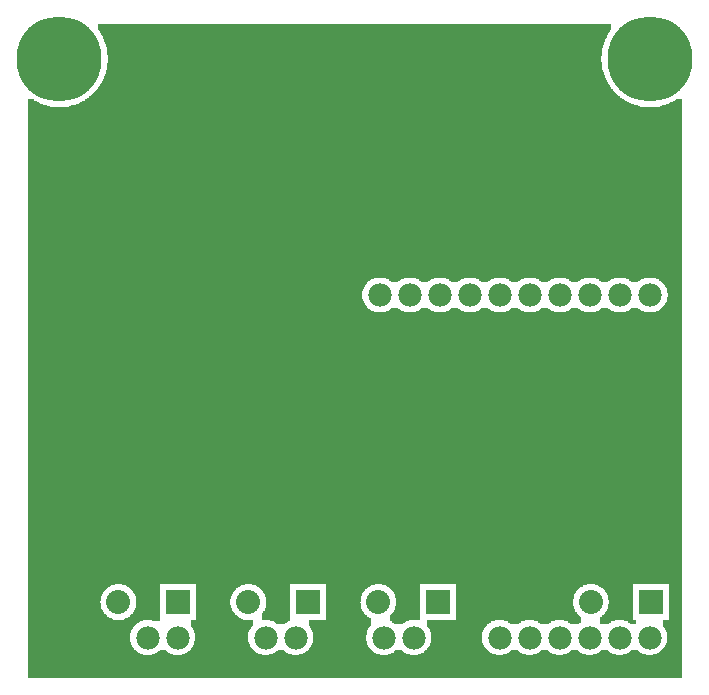
<source format=gbl>
G04 MADE WITH FRITZING*
G04 WWW.FRITZING.ORG*
G04 DOUBLE SIDED*
G04 HOLES PLATED*
G04 CONTOUR ON CENTER OF CONTOUR VECTOR*
%FSLAX26Y26*%
%MOIN*%
%ADD10C,0.075000*%
%ADD11C,0.080000*%
%ADD12C,0.283464*%
%ADD13C,0.078000*%
%ADD14R,0.080000X0.080000*%
%ADD15C,0.000100*%
%G04COPPER0*%
%FSLAX26Y26*%
%MOIN*%
D10*
X356816Y2150441D03*
D11*
X2117570Y296110D03*
X1917570Y296110D03*
X1408910Y296110D03*
X1208910Y296110D03*
X975830Y296110D03*
X775830Y296110D03*
X542767Y296110D03*
X342767Y296110D03*
D12*
X145911Y2107132D03*
X2114430Y2107132D03*
D13*
X539611Y178000D03*
X439611Y178000D03*
X933310Y178000D03*
X833310Y178000D03*
X1327020Y178000D03*
X1227020Y178000D03*
X2112900Y178020D03*
X2012900Y178020D03*
X1912900Y178020D03*
X1812900Y178020D03*
X1712900Y178020D03*
X1612900Y178020D03*
X2114420Y1319731D03*
X2014420Y1319731D03*
X1914420Y1319731D03*
X1814420Y1319731D03*
X1714420Y1319731D03*
X1614420Y1319731D03*
X1514420Y1319731D03*
X1414420Y1319731D03*
X1314420Y1319731D03*
X1214420Y1319731D03*
D14*
X2117570Y296110D03*
X1408910Y296110D03*
X975830Y296110D03*
X542767Y296110D03*
D15*
G36*
X136000Y2149780D02*
X136000Y2147780D01*
X130000Y2147780D01*
X130000Y2145780D01*
X126000Y2145780D01*
X126000Y2143780D01*
X122000Y2143780D01*
X122000Y2141780D01*
X120000Y2141780D01*
X120000Y2139780D01*
X116000Y2139780D01*
X116000Y2137780D01*
X114000Y2137780D01*
X114000Y2135780D01*
X112000Y2135780D01*
X112000Y2131780D01*
X110000Y2131780D01*
X110000Y2129780D01*
X108000Y2129780D01*
X108000Y2125780D01*
X106000Y2125780D01*
X106000Y2119780D01*
X104000Y2119780D01*
X104000Y2093780D01*
X106000Y2093780D01*
X106000Y2089780D01*
X108000Y2089780D01*
X108000Y2085780D01*
X110000Y2085780D01*
X110000Y2081780D01*
X112000Y2081780D01*
X112000Y2079780D01*
X114000Y2079780D01*
X114000Y2077780D01*
X116000Y2077780D01*
X116000Y2075780D01*
X118000Y2075780D01*
X118000Y2073780D01*
X120000Y2073780D01*
X120000Y2071780D01*
X122000Y2071780D01*
X122000Y2069780D01*
X126000Y2069780D01*
X126000Y2067780D01*
X132000Y2067780D01*
X132000Y2065780D01*
X160000Y2065780D01*
X160000Y2067780D01*
X166000Y2067780D01*
X166000Y2069780D01*
X168000Y2069780D01*
X168000Y2071780D01*
X172000Y2071780D01*
X172000Y2073780D01*
X174000Y2073780D01*
X174000Y2075780D01*
X176000Y2075780D01*
X176000Y2077780D01*
X178000Y2077780D01*
X178000Y2079780D01*
X180000Y2079780D01*
X180000Y2081780D01*
X182000Y2081780D01*
X182000Y2085780D01*
X184000Y2085780D01*
X184000Y2089780D01*
X186000Y2089780D01*
X186000Y2093780D01*
X188000Y2093780D01*
X188000Y2119780D01*
X186000Y2119780D01*
X186000Y2125780D01*
X184000Y2125780D01*
X184000Y2129780D01*
X182000Y2129780D01*
X182000Y2131780D01*
X180000Y2131780D01*
X180000Y2133780D01*
X178000Y2133780D01*
X178000Y2137780D01*
X174000Y2137780D01*
X174000Y2139780D01*
X172000Y2139780D01*
X172000Y2141780D01*
X170000Y2141780D01*
X170000Y2143780D01*
X166000Y2143780D01*
X166000Y2145780D01*
X162000Y2145780D01*
X162000Y2147780D01*
X156000Y2147780D01*
X156000Y2149780D01*
X136000Y2149780D01*
G37*
D02*
G36*
X2104000Y2149780D02*
X2104000Y2147780D01*
X2098000Y2147780D01*
X2098000Y2145780D01*
X2094000Y2145780D01*
X2094000Y2143780D01*
X2090000Y2143780D01*
X2090000Y2141780D01*
X2088000Y2141780D01*
X2088000Y2139780D01*
X2086000Y2139780D01*
X2086000Y2137780D01*
X2084000Y2137780D01*
X2084000Y2135780D01*
X2082000Y2135780D01*
X2082000Y2133780D01*
X2080000Y2133780D01*
X2080000Y2131780D01*
X2078000Y2131780D01*
X2078000Y2127780D01*
X2076000Y2127780D01*
X2076000Y2123780D01*
X2074000Y2123780D01*
X2074000Y2117780D01*
X2072000Y2117780D01*
X2072000Y2095780D01*
X2074000Y2095780D01*
X2074000Y2089780D01*
X2076000Y2089780D01*
X2076000Y2085780D01*
X2078000Y2085780D01*
X2078000Y2083780D01*
X2080000Y2083780D01*
X2080000Y2079780D01*
X2082000Y2079780D01*
X2082000Y2077780D01*
X2084000Y2077780D01*
X2084000Y2075780D01*
X2086000Y2075780D01*
X2086000Y2073780D01*
X2088000Y2073780D01*
X2088000Y2071780D01*
X2092000Y2071780D01*
X2092000Y2069780D01*
X2094000Y2069780D01*
X2094000Y2067780D01*
X2100000Y2067780D01*
X2100000Y2065780D01*
X2130000Y2065780D01*
X2130000Y2067780D01*
X2134000Y2067780D01*
X2134000Y2069780D01*
X2138000Y2069780D01*
X2138000Y2071780D01*
X2140000Y2071780D01*
X2140000Y2073780D01*
X2142000Y2073780D01*
X2142000Y2075780D01*
X2144000Y2075780D01*
X2144000Y2077780D01*
X2146000Y2077780D01*
X2146000Y2079780D01*
X2148000Y2079780D01*
X2148000Y2081780D01*
X2150000Y2081780D01*
X2150000Y2083780D01*
X2152000Y2083780D01*
X2152000Y2087780D01*
X2154000Y2087780D01*
X2154000Y2093780D01*
X2156000Y2093780D01*
X2156000Y2121780D01*
X2154000Y2121780D01*
X2154000Y2125780D01*
X2152000Y2125780D01*
X2152000Y2129780D01*
X2150000Y2129780D01*
X2150000Y2131780D01*
X2148000Y2131780D01*
X2148000Y2135780D01*
X2146000Y2135780D01*
X2146000Y2137780D01*
X2144000Y2137780D01*
X2144000Y2139780D01*
X2142000Y2139780D01*
X2142000Y2141780D01*
X2138000Y2141780D01*
X2138000Y2143780D01*
X2136000Y2143780D01*
X2136000Y2145780D01*
X2132000Y2145780D01*
X2132000Y2147780D01*
X2126000Y2147780D01*
X2126000Y2149780D01*
X2104000Y2149780D01*
G37*
D02*
G36*
X274000Y2223780D02*
X274000Y2203780D01*
X276000Y2203780D01*
X276000Y2201780D01*
X278000Y2201780D01*
X278000Y2199780D01*
X280000Y2199780D01*
X280000Y2195780D01*
X282000Y2195780D01*
X282000Y2191780D01*
X284000Y2191780D01*
X284000Y2189780D01*
X286000Y2189780D01*
X286000Y2185780D01*
X288000Y2185780D01*
X288000Y2181780D01*
X290000Y2181780D01*
X290000Y2177780D01*
X292000Y2177780D01*
X292000Y2173780D01*
X294000Y2173780D01*
X294000Y2169780D01*
X296000Y2169780D01*
X296000Y2163780D01*
X298000Y2163780D01*
X298000Y2157780D01*
X300000Y2157780D01*
X300000Y2151780D01*
X302000Y2151780D01*
X302000Y2145780D01*
X304000Y2145780D01*
X304000Y2135780D01*
X306000Y2135780D01*
X306000Y2119780D01*
X308000Y2119780D01*
X308000Y2093780D01*
X306000Y2093780D01*
X306000Y2079780D01*
X304000Y2079780D01*
X304000Y2069780D01*
X302000Y2069780D01*
X302000Y2061780D01*
X300000Y2061780D01*
X300000Y2055780D01*
X298000Y2055780D01*
X298000Y2049780D01*
X296000Y2049780D01*
X296000Y2043780D01*
X294000Y2043780D01*
X294000Y2039780D01*
X292000Y2039780D01*
X292000Y2035780D01*
X290000Y2035780D01*
X290000Y2031780D01*
X288000Y2031780D01*
X288000Y2027780D01*
X286000Y2027780D01*
X286000Y2025780D01*
X284000Y2025780D01*
X284000Y2021780D01*
X282000Y2021780D01*
X282000Y2017780D01*
X280000Y2017780D01*
X280000Y2015780D01*
X278000Y2015780D01*
X278000Y2011780D01*
X276000Y2011780D01*
X276000Y2009780D01*
X274000Y2009780D01*
X274000Y2007780D01*
X272000Y2007780D01*
X272000Y2003780D01*
X270000Y2003780D01*
X270000Y2001780D01*
X268000Y2001780D01*
X268000Y1999780D01*
X266000Y1999780D01*
X266000Y1997780D01*
X264000Y1997780D01*
X264000Y1995780D01*
X262000Y1995780D01*
X262000Y1993780D01*
X260000Y1993780D01*
X260000Y1991780D01*
X258000Y1991780D01*
X258000Y1989780D01*
X256000Y1989780D01*
X256000Y1987780D01*
X254000Y1987780D01*
X254000Y1985780D01*
X252000Y1985780D01*
X252000Y1983780D01*
X250000Y1983780D01*
X250000Y1981780D01*
X246000Y1981780D01*
X246000Y1979780D01*
X244000Y1979780D01*
X244000Y1977780D01*
X242000Y1977780D01*
X242000Y1975780D01*
X238000Y1975780D01*
X238000Y1973780D01*
X236000Y1973780D01*
X236000Y1971780D01*
X232000Y1971780D01*
X232000Y1969780D01*
X230000Y1969780D01*
X230000Y1967780D01*
X226000Y1967780D01*
X226000Y1965780D01*
X222000Y1965780D01*
X222000Y1963780D01*
X218000Y1963780D01*
X218000Y1961780D01*
X214000Y1961780D01*
X214000Y1959780D01*
X210000Y1959780D01*
X210000Y1957780D01*
X206000Y1957780D01*
X206000Y1955780D01*
X200000Y1955780D01*
X200000Y1953780D01*
X194000Y1953780D01*
X194000Y1951780D01*
X186000Y1951780D01*
X186000Y1949780D01*
X178000Y1949780D01*
X178000Y1947780D01*
X166000Y1947780D01*
X166000Y1945780D01*
X2094000Y1945780D01*
X2094000Y1947780D01*
X2082000Y1947780D01*
X2082000Y1949780D01*
X2074000Y1949780D01*
X2074000Y1951780D01*
X2066000Y1951780D01*
X2066000Y1953780D01*
X2060000Y1953780D01*
X2060000Y1955780D01*
X2056000Y1955780D01*
X2056000Y1957780D01*
X2050000Y1957780D01*
X2050000Y1959780D01*
X2046000Y1959780D01*
X2046000Y1961780D01*
X2042000Y1961780D01*
X2042000Y1963780D01*
X2038000Y1963780D01*
X2038000Y1965780D01*
X2034000Y1965780D01*
X2034000Y1967780D01*
X2032000Y1967780D01*
X2032000Y1969780D01*
X2028000Y1969780D01*
X2028000Y1971780D01*
X2024000Y1971780D01*
X2024000Y1973780D01*
X2022000Y1973780D01*
X2022000Y1975780D01*
X2020000Y1975780D01*
X2020000Y1977780D01*
X2016000Y1977780D01*
X2016000Y1979780D01*
X2014000Y1979780D01*
X2014000Y1981780D01*
X2012000Y1981780D01*
X2012000Y1983780D01*
X2008000Y1983780D01*
X2008000Y1985780D01*
X2006000Y1985780D01*
X2006000Y1987780D01*
X2004000Y1987780D01*
X2004000Y1989780D01*
X2002000Y1989780D01*
X2002000Y1991780D01*
X2000000Y1991780D01*
X2000000Y1993780D01*
X1998000Y1993780D01*
X1998000Y1995780D01*
X1996000Y1995780D01*
X1996000Y1997780D01*
X1994000Y1997780D01*
X1994000Y1999780D01*
X1992000Y1999780D01*
X1992000Y2003780D01*
X1990000Y2003780D01*
X1990000Y2005780D01*
X1988000Y2005780D01*
X1988000Y2007780D01*
X1986000Y2007780D01*
X1986000Y2009780D01*
X1984000Y2009780D01*
X1984000Y2013780D01*
X1982000Y2013780D01*
X1982000Y2015780D01*
X1980000Y2015780D01*
X1980000Y2019780D01*
X1978000Y2019780D01*
X1978000Y2021780D01*
X1976000Y2021780D01*
X1976000Y2025780D01*
X1974000Y2025780D01*
X1974000Y2029780D01*
X1972000Y2029780D01*
X1972000Y2031780D01*
X1970000Y2031780D01*
X1970000Y2037780D01*
X1968000Y2037780D01*
X1968000Y2041780D01*
X1966000Y2041780D01*
X1966000Y2045780D01*
X1964000Y2045780D01*
X1964000Y2051780D01*
X1962000Y2051780D01*
X1962000Y2055780D01*
X1960000Y2055780D01*
X1960000Y2063780D01*
X1958000Y2063780D01*
X1958000Y2069780D01*
X1956000Y2069780D01*
X1956000Y2081780D01*
X1954000Y2081780D01*
X1954000Y2097780D01*
X1952000Y2097780D01*
X1952000Y2115780D01*
X1954000Y2115780D01*
X1954000Y2133780D01*
X1956000Y2133780D01*
X1956000Y2143780D01*
X1958000Y2143780D01*
X1958000Y2151780D01*
X1960000Y2151780D01*
X1960000Y2157780D01*
X1962000Y2157780D01*
X1962000Y2163780D01*
X1964000Y2163780D01*
X1964000Y2169780D01*
X1966000Y2169780D01*
X1966000Y2173780D01*
X1968000Y2173780D01*
X1968000Y2177780D01*
X1970000Y2177780D01*
X1970000Y2181780D01*
X1972000Y2181780D01*
X1972000Y2185780D01*
X1974000Y2185780D01*
X1974000Y2187780D01*
X1976000Y2187780D01*
X1976000Y2191780D01*
X1978000Y2191780D01*
X1978000Y2195780D01*
X1980000Y2195780D01*
X1980000Y2197780D01*
X1982000Y2197780D01*
X1982000Y2201780D01*
X1984000Y2201780D01*
X1984000Y2203780D01*
X1986000Y2203780D01*
X1986000Y2223780D01*
X274000Y2223780D01*
G37*
D02*
G36*
X40000Y1971780D02*
X40000Y1945780D01*
X126000Y1945780D01*
X126000Y1947780D01*
X114000Y1947780D01*
X114000Y1949780D01*
X106000Y1949780D01*
X106000Y1951780D01*
X98000Y1951780D01*
X98000Y1953780D01*
X92000Y1953780D01*
X92000Y1955780D01*
X86000Y1955780D01*
X86000Y1957780D01*
X82000Y1957780D01*
X82000Y1959780D01*
X78000Y1959780D01*
X78000Y1961780D01*
X74000Y1961780D01*
X74000Y1963780D01*
X70000Y1963780D01*
X70000Y1965780D01*
X66000Y1965780D01*
X66000Y1967780D01*
X62000Y1967780D01*
X62000Y1969780D01*
X60000Y1969780D01*
X60000Y1971780D01*
X40000Y1971780D01*
G37*
D02*
G36*
X2202000Y1971780D02*
X2202000Y1969780D01*
X2198000Y1969780D01*
X2198000Y1967780D01*
X2194000Y1967780D01*
X2194000Y1965780D01*
X2192000Y1965780D01*
X2192000Y1963780D01*
X2186000Y1963780D01*
X2186000Y1961780D01*
X2182000Y1961780D01*
X2182000Y1959780D01*
X2178000Y1959780D01*
X2178000Y1957780D01*
X2174000Y1957780D01*
X2174000Y1955780D01*
X2168000Y1955780D01*
X2168000Y1953780D01*
X2162000Y1953780D01*
X2162000Y1951780D01*
X2154000Y1951780D01*
X2154000Y1949780D01*
X2148000Y1949780D01*
X2148000Y1947780D01*
X2134000Y1947780D01*
X2134000Y1945780D01*
X2222000Y1945780D01*
X2222000Y1971780D01*
X2202000Y1971780D01*
G37*
D02*
G36*
X40000Y1945780D02*
X40000Y1943780D01*
X2222000Y1943780D01*
X2222000Y1945780D01*
X40000Y1945780D01*
G37*
D02*
G36*
X40000Y1945780D02*
X40000Y1943780D01*
X2222000Y1943780D01*
X2222000Y1945780D01*
X40000Y1945780D01*
G37*
D02*
G36*
X40000Y1945780D02*
X40000Y1943780D01*
X2222000Y1943780D01*
X2222000Y1945780D01*
X40000Y1945780D01*
G37*
D02*
G36*
X40000Y1943780D02*
X40000Y1377780D01*
X2128000Y1377780D01*
X2128000Y1375780D01*
X2136000Y1375780D01*
X2136000Y1373780D01*
X2140000Y1373780D01*
X2140000Y1371780D01*
X2144000Y1371780D01*
X2144000Y1369780D01*
X2146000Y1369780D01*
X2146000Y1367780D01*
X2150000Y1367780D01*
X2150000Y1365780D01*
X2152000Y1365780D01*
X2152000Y1363780D01*
X2154000Y1363780D01*
X2154000Y1361780D01*
X2156000Y1361780D01*
X2156000Y1359780D01*
X2158000Y1359780D01*
X2158000Y1357780D01*
X2160000Y1357780D01*
X2160000Y1355780D01*
X2162000Y1355780D01*
X2162000Y1353780D01*
X2164000Y1353780D01*
X2164000Y1349780D01*
X2166000Y1349780D01*
X2166000Y1345780D01*
X2168000Y1345780D01*
X2168000Y1341780D01*
X2170000Y1341780D01*
X2170000Y1335780D01*
X2172000Y1335780D01*
X2172000Y1325780D01*
X2174000Y1325780D01*
X2174000Y1313780D01*
X2172000Y1313780D01*
X2172000Y1303780D01*
X2170000Y1303780D01*
X2170000Y1297780D01*
X2168000Y1297780D01*
X2168000Y1293780D01*
X2166000Y1293780D01*
X2166000Y1289780D01*
X2164000Y1289780D01*
X2164000Y1285780D01*
X2162000Y1285780D01*
X2162000Y1283780D01*
X2160000Y1283780D01*
X2160000Y1281780D01*
X2158000Y1281780D01*
X2158000Y1279780D01*
X2156000Y1279780D01*
X2156000Y1277780D01*
X2154000Y1277780D01*
X2154000Y1275780D01*
X2152000Y1275780D01*
X2152000Y1273780D01*
X2150000Y1273780D01*
X2150000Y1271780D01*
X2148000Y1271780D01*
X2148000Y1269780D01*
X2144000Y1269780D01*
X2144000Y1267780D01*
X2140000Y1267780D01*
X2140000Y1265780D01*
X2136000Y1265780D01*
X2136000Y1263780D01*
X2130000Y1263780D01*
X2130000Y1261780D01*
X2116000Y1261780D01*
X2116000Y1259780D01*
X2222000Y1259780D01*
X2222000Y1943780D01*
X40000Y1943780D01*
G37*
D02*
G36*
X40000Y1377780D02*
X40000Y1259780D01*
X1214000Y1259780D01*
X1214000Y1261780D01*
X1200000Y1261780D01*
X1200000Y1263780D01*
X1194000Y1263780D01*
X1194000Y1265780D01*
X1188000Y1265780D01*
X1188000Y1267780D01*
X1184000Y1267780D01*
X1184000Y1269780D01*
X1182000Y1269780D01*
X1182000Y1271780D01*
X1180000Y1271780D01*
X1180000Y1273780D01*
X1176000Y1273780D01*
X1176000Y1275780D01*
X1174000Y1275780D01*
X1174000Y1277780D01*
X1172000Y1277780D01*
X1172000Y1279780D01*
X1170000Y1279780D01*
X1170000Y1281780D01*
X1168000Y1281780D01*
X1168000Y1285780D01*
X1166000Y1285780D01*
X1166000Y1287780D01*
X1164000Y1287780D01*
X1164000Y1291780D01*
X1162000Y1291780D01*
X1162000Y1295780D01*
X1160000Y1295780D01*
X1160000Y1299780D01*
X1158000Y1299780D01*
X1158000Y1307780D01*
X1156000Y1307780D01*
X1156000Y1331780D01*
X1158000Y1331780D01*
X1158000Y1339780D01*
X1160000Y1339780D01*
X1160000Y1343780D01*
X1162000Y1343780D01*
X1162000Y1347780D01*
X1164000Y1347780D01*
X1164000Y1351780D01*
X1166000Y1351780D01*
X1166000Y1353780D01*
X1168000Y1353780D01*
X1168000Y1357780D01*
X1170000Y1357780D01*
X1170000Y1359780D01*
X1172000Y1359780D01*
X1172000Y1361780D01*
X1174000Y1361780D01*
X1174000Y1363780D01*
X1176000Y1363780D01*
X1176000Y1365780D01*
X1180000Y1365780D01*
X1180000Y1367780D01*
X1182000Y1367780D01*
X1182000Y1369780D01*
X1186000Y1369780D01*
X1186000Y1371780D01*
X1188000Y1371780D01*
X1188000Y1373780D01*
X1194000Y1373780D01*
X1194000Y1375780D01*
X1200000Y1375780D01*
X1200000Y1377780D01*
X40000Y1377780D01*
G37*
D02*
G36*
X1228000Y1377780D02*
X1228000Y1375780D01*
X1236000Y1375780D01*
X1236000Y1373780D01*
X1240000Y1373780D01*
X1240000Y1371780D01*
X1244000Y1371780D01*
X1244000Y1369780D01*
X1246000Y1369780D01*
X1246000Y1367780D01*
X1250000Y1367780D01*
X1250000Y1365780D01*
X1252000Y1365780D01*
X1252000Y1363780D01*
X1254000Y1363780D01*
X1254000Y1361780D01*
X1274000Y1361780D01*
X1274000Y1363780D01*
X1276000Y1363780D01*
X1276000Y1365780D01*
X1280000Y1365780D01*
X1280000Y1367780D01*
X1282000Y1367780D01*
X1282000Y1369780D01*
X1286000Y1369780D01*
X1286000Y1371780D01*
X1288000Y1371780D01*
X1288000Y1373780D01*
X1294000Y1373780D01*
X1294000Y1375780D01*
X1300000Y1375780D01*
X1300000Y1377780D01*
X1228000Y1377780D01*
G37*
D02*
G36*
X1328000Y1377780D02*
X1328000Y1375780D01*
X1336000Y1375780D01*
X1336000Y1373780D01*
X1340000Y1373780D01*
X1340000Y1371780D01*
X1344000Y1371780D01*
X1344000Y1369780D01*
X1346000Y1369780D01*
X1346000Y1367780D01*
X1350000Y1367780D01*
X1350000Y1365780D01*
X1352000Y1365780D01*
X1352000Y1363780D01*
X1354000Y1363780D01*
X1354000Y1361780D01*
X1374000Y1361780D01*
X1374000Y1363780D01*
X1376000Y1363780D01*
X1376000Y1365780D01*
X1380000Y1365780D01*
X1380000Y1367780D01*
X1382000Y1367780D01*
X1382000Y1369780D01*
X1386000Y1369780D01*
X1386000Y1371780D01*
X1388000Y1371780D01*
X1388000Y1373780D01*
X1394000Y1373780D01*
X1394000Y1375780D01*
X1400000Y1375780D01*
X1400000Y1377780D01*
X1328000Y1377780D01*
G37*
D02*
G36*
X1428000Y1377780D02*
X1428000Y1375780D01*
X1436000Y1375780D01*
X1436000Y1373780D01*
X1440000Y1373780D01*
X1440000Y1371780D01*
X1444000Y1371780D01*
X1444000Y1369780D01*
X1446000Y1369780D01*
X1446000Y1367780D01*
X1450000Y1367780D01*
X1450000Y1365780D01*
X1452000Y1365780D01*
X1452000Y1363780D01*
X1454000Y1363780D01*
X1454000Y1361780D01*
X1474000Y1361780D01*
X1474000Y1363780D01*
X1476000Y1363780D01*
X1476000Y1365780D01*
X1480000Y1365780D01*
X1480000Y1367780D01*
X1482000Y1367780D01*
X1482000Y1369780D01*
X1486000Y1369780D01*
X1486000Y1371780D01*
X1488000Y1371780D01*
X1488000Y1373780D01*
X1494000Y1373780D01*
X1494000Y1375780D01*
X1500000Y1375780D01*
X1500000Y1377780D01*
X1428000Y1377780D01*
G37*
D02*
G36*
X1528000Y1377780D02*
X1528000Y1375780D01*
X1536000Y1375780D01*
X1536000Y1373780D01*
X1540000Y1373780D01*
X1540000Y1371780D01*
X1544000Y1371780D01*
X1544000Y1369780D01*
X1546000Y1369780D01*
X1546000Y1367780D01*
X1550000Y1367780D01*
X1550000Y1365780D01*
X1552000Y1365780D01*
X1552000Y1363780D01*
X1554000Y1363780D01*
X1554000Y1361780D01*
X1574000Y1361780D01*
X1574000Y1363780D01*
X1576000Y1363780D01*
X1576000Y1365780D01*
X1580000Y1365780D01*
X1580000Y1367780D01*
X1582000Y1367780D01*
X1582000Y1369780D01*
X1586000Y1369780D01*
X1586000Y1371780D01*
X1588000Y1371780D01*
X1588000Y1373780D01*
X1594000Y1373780D01*
X1594000Y1375780D01*
X1600000Y1375780D01*
X1600000Y1377780D01*
X1528000Y1377780D01*
G37*
D02*
G36*
X1628000Y1377780D02*
X1628000Y1375780D01*
X1636000Y1375780D01*
X1636000Y1373780D01*
X1640000Y1373780D01*
X1640000Y1371780D01*
X1644000Y1371780D01*
X1644000Y1369780D01*
X1646000Y1369780D01*
X1646000Y1367780D01*
X1650000Y1367780D01*
X1650000Y1365780D01*
X1652000Y1365780D01*
X1652000Y1363780D01*
X1654000Y1363780D01*
X1654000Y1361780D01*
X1674000Y1361780D01*
X1674000Y1363780D01*
X1676000Y1363780D01*
X1676000Y1365780D01*
X1680000Y1365780D01*
X1680000Y1367780D01*
X1682000Y1367780D01*
X1682000Y1369780D01*
X1686000Y1369780D01*
X1686000Y1371780D01*
X1688000Y1371780D01*
X1688000Y1373780D01*
X1694000Y1373780D01*
X1694000Y1375780D01*
X1700000Y1375780D01*
X1700000Y1377780D01*
X1628000Y1377780D01*
G37*
D02*
G36*
X1728000Y1377780D02*
X1728000Y1375780D01*
X1736000Y1375780D01*
X1736000Y1373780D01*
X1740000Y1373780D01*
X1740000Y1371780D01*
X1744000Y1371780D01*
X1744000Y1369780D01*
X1746000Y1369780D01*
X1746000Y1367780D01*
X1750000Y1367780D01*
X1750000Y1365780D01*
X1752000Y1365780D01*
X1752000Y1363780D01*
X1754000Y1363780D01*
X1754000Y1361780D01*
X1774000Y1361780D01*
X1774000Y1363780D01*
X1776000Y1363780D01*
X1776000Y1365780D01*
X1780000Y1365780D01*
X1780000Y1367780D01*
X1782000Y1367780D01*
X1782000Y1369780D01*
X1786000Y1369780D01*
X1786000Y1371780D01*
X1788000Y1371780D01*
X1788000Y1373780D01*
X1794000Y1373780D01*
X1794000Y1375780D01*
X1800000Y1375780D01*
X1800000Y1377780D01*
X1728000Y1377780D01*
G37*
D02*
G36*
X1828000Y1377780D02*
X1828000Y1375780D01*
X1836000Y1375780D01*
X1836000Y1373780D01*
X1840000Y1373780D01*
X1840000Y1371780D01*
X1844000Y1371780D01*
X1844000Y1369780D01*
X1846000Y1369780D01*
X1846000Y1367780D01*
X1850000Y1367780D01*
X1850000Y1365780D01*
X1852000Y1365780D01*
X1852000Y1363780D01*
X1854000Y1363780D01*
X1854000Y1361780D01*
X1874000Y1361780D01*
X1874000Y1363780D01*
X1876000Y1363780D01*
X1876000Y1365780D01*
X1880000Y1365780D01*
X1880000Y1367780D01*
X1882000Y1367780D01*
X1882000Y1369780D01*
X1886000Y1369780D01*
X1886000Y1371780D01*
X1888000Y1371780D01*
X1888000Y1373780D01*
X1894000Y1373780D01*
X1894000Y1375780D01*
X1900000Y1375780D01*
X1900000Y1377780D01*
X1828000Y1377780D01*
G37*
D02*
G36*
X1928000Y1377780D02*
X1928000Y1375780D01*
X1936000Y1375780D01*
X1936000Y1373780D01*
X1940000Y1373780D01*
X1940000Y1371780D01*
X1944000Y1371780D01*
X1944000Y1369780D01*
X1946000Y1369780D01*
X1946000Y1367780D01*
X1950000Y1367780D01*
X1950000Y1365780D01*
X1952000Y1365780D01*
X1952000Y1363780D01*
X1954000Y1363780D01*
X1954000Y1361780D01*
X1974000Y1361780D01*
X1974000Y1363780D01*
X1976000Y1363780D01*
X1976000Y1365780D01*
X1980000Y1365780D01*
X1980000Y1367780D01*
X1982000Y1367780D01*
X1982000Y1369780D01*
X1986000Y1369780D01*
X1986000Y1371780D01*
X1988000Y1371780D01*
X1988000Y1373780D01*
X1994000Y1373780D01*
X1994000Y1375780D01*
X2000000Y1375780D01*
X2000000Y1377780D01*
X1928000Y1377780D01*
G37*
D02*
G36*
X2028000Y1377780D02*
X2028000Y1375780D01*
X2036000Y1375780D01*
X2036000Y1373780D01*
X2040000Y1373780D01*
X2040000Y1371780D01*
X2044000Y1371780D01*
X2044000Y1369780D01*
X2046000Y1369780D01*
X2046000Y1367780D01*
X2050000Y1367780D01*
X2050000Y1365780D01*
X2052000Y1365780D01*
X2052000Y1363780D01*
X2054000Y1363780D01*
X2054000Y1361780D01*
X2074000Y1361780D01*
X2074000Y1363780D01*
X2076000Y1363780D01*
X2076000Y1365780D01*
X2080000Y1365780D01*
X2080000Y1367780D01*
X2082000Y1367780D01*
X2082000Y1369780D01*
X2086000Y1369780D01*
X2086000Y1371780D01*
X2088000Y1371780D01*
X2088000Y1373780D01*
X2094000Y1373780D01*
X2094000Y1375780D01*
X2100000Y1375780D01*
X2100000Y1377780D01*
X2028000Y1377780D01*
G37*
D02*
G36*
X1254000Y1277780D02*
X1254000Y1275780D01*
X1252000Y1275780D01*
X1252000Y1273780D01*
X1250000Y1273780D01*
X1250000Y1271780D01*
X1248000Y1271780D01*
X1248000Y1269780D01*
X1244000Y1269780D01*
X1244000Y1267780D01*
X1240000Y1267780D01*
X1240000Y1265780D01*
X1236000Y1265780D01*
X1236000Y1263780D01*
X1230000Y1263780D01*
X1230000Y1261780D01*
X1216000Y1261780D01*
X1216000Y1259780D01*
X1314000Y1259780D01*
X1314000Y1261780D01*
X1300000Y1261780D01*
X1300000Y1263780D01*
X1294000Y1263780D01*
X1294000Y1265780D01*
X1288000Y1265780D01*
X1288000Y1267780D01*
X1284000Y1267780D01*
X1284000Y1269780D01*
X1282000Y1269780D01*
X1282000Y1271780D01*
X1280000Y1271780D01*
X1280000Y1273780D01*
X1276000Y1273780D01*
X1276000Y1275780D01*
X1274000Y1275780D01*
X1274000Y1277780D01*
X1254000Y1277780D01*
G37*
D02*
G36*
X1354000Y1277780D02*
X1354000Y1275780D01*
X1352000Y1275780D01*
X1352000Y1273780D01*
X1350000Y1273780D01*
X1350000Y1271780D01*
X1348000Y1271780D01*
X1348000Y1269780D01*
X1344000Y1269780D01*
X1344000Y1267780D01*
X1340000Y1267780D01*
X1340000Y1265780D01*
X1336000Y1265780D01*
X1336000Y1263780D01*
X1330000Y1263780D01*
X1330000Y1261780D01*
X1316000Y1261780D01*
X1316000Y1259780D01*
X1414000Y1259780D01*
X1414000Y1261780D01*
X1400000Y1261780D01*
X1400000Y1263780D01*
X1394000Y1263780D01*
X1394000Y1265780D01*
X1388000Y1265780D01*
X1388000Y1267780D01*
X1384000Y1267780D01*
X1384000Y1269780D01*
X1382000Y1269780D01*
X1382000Y1271780D01*
X1380000Y1271780D01*
X1380000Y1273780D01*
X1376000Y1273780D01*
X1376000Y1275780D01*
X1374000Y1275780D01*
X1374000Y1277780D01*
X1354000Y1277780D01*
G37*
D02*
G36*
X1454000Y1277780D02*
X1454000Y1275780D01*
X1452000Y1275780D01*
X1452000Y1273780D01*
X1450000Y1273780D01*
X1450000Y1271780D01*
X1448000Y1271780D01*
X1448000Y1269780D01*
X1444000Y1269780D01*
X1444000Y1267780D01*
X1440000Y1267780D01*
X1440000Y1265780D01*
X1436000Y1265780D01*
X1436000Y1263780D01*
X1430000Y1263780D01*
X1430000Y1261780D01*
X1416000Y1261780D01*
X1416000Y1259780D01*
X1514000Y1259780D01*
X1514000Y1261780D01*
X1500000Y1261780D01*
X1500000Y1263780D01*
X1494000Y1263780D01*
X1494000Y1265780D01*
X1488000Y1265780D01*
X1488000Y1267780D01*
X1484000Y1267780D01*
X1484000Y1269780D01*
X1482000Y1269780D01*
X1482000Y1271780D01*
X1480000Y1271780D01*
X1480000Y1273780D01*
X1476000Y1273780D01*
X1476000Y1275780D01*
X1474000Y1275780D01*
X1474000Y1277780D01*
X1454000Y1277780D01*
G37*
D02*
G36*
X1554000Y1277780D02*
X1554000Y1275780D01*
X1552000Y1275780D01*
X1552000Y1273780D01*
X1550000Y1273780D01*
X1550000Y1271780D01*
X1548000Y1271780D01*
X1548000Y1269780D01*
X1544000Y1269780D01*
X1544000Y1267780D01*
X1540000Y1267780D01*
X1540000Y1265780D01*
X1536000Y1265780D01*
X1536000Y1263780D01*
X1530000Y1263780D01*
X1530000Y1261780D01*
X1516000Y1261780D01*
X1516000Y1259780D01*
X1614000Y1259780D01*
X1614000Y1261780D01*
X1600000Y1261780D01*
X1600000Y1263780D01*
X1594000Y1263780D01*
X1594000Y1265780D01*
X1588000Y1265780D01*
X1588000Y1267780D01*
X1584000Y1267780D01*
X1584000Y1269780D01*
X1582000Y1269780D01*
X1582000Y1271780D01*
X1580000Y1271780D01*
X1580000Y1273780D01*
X1576000Y1273780D01*
X1576000Y1275780D01*
X1574000Y1275780D01*
X1574000Y1277780D01*
X1554000Y1277780D01*
G37*
D02*
G36*
X1654000Y1277780D02*
X1654000Y1275780D01*
X1652000Y1275780D01*
X1652000Y1273780D01*
X1650000Y1273780D01*
X1650000Y1271780D01*
X1648000Y1271780D01*
X1648000Y1269780D01*
X1644000Y1269780D01*
X1644000Y1267780D01*
X1640000Y1267780D01*
X1640000Y1265780D01*
X1636000Y1265780D01*
X1636000Y1263780D01*
X1630000Y1263780D01*
X1630000Y1261780D01*
X1616000Y1261780D01*
X1616000Y1259780D01*
X1714000Y1259780D01*
X1714000Y1261780D01*
X1700000Y1261780D01*
X1700000Y1263780D01*
X1694000Y1263780D01*
X1694000Y1265780D01*
X1688000Y1265780D01*
X1688000Y1267780D01*
X1684000Y1267780D01*
X1684000Y1269780D01*
X1682000Y1269780D01*
X1682000Y1271780D01*
X1680000Y1271780D01*
X1680000Y1273780D01*
X1676000Y1273780D01*
X1676000Y1275780D01*
X1674000Y1275780D01*
X1674000Y1277780D01*
X1654000Y1277780D01*
G37*
D02*
G36*
X1754000Y1277780D02*
X1754000Y1275780D01*
X1752000Y1275780D01*
X1752000Y1273780D01*
X1750000Y1273780D01*
X1750000Y1271780D01*
X1748000Y1271780D01*
X1748000Y1269780D01*
X1744000Y1269780D01*
X1744000Y1267780D01*
X1740000Y1267780D01*
X1740000Y1265780D01*
X1736000Y1265780D01*
X1736000Y1263780D01*
X1730000Y1263780D01*
X1730000Y1261780D01*
X1716000Y1261780D01*
X1716000Y1259780D01*
X1814000Y1259780D01*
X1814000Y1261780D01*
X1800000Y1261780D01*
X1800000Y1263780D01*
X1794000Y1263780D01*
X1794000Y1265780D01*
X1788000Y1265780D01*
X1788000Y1267780D01*
X1784000Y1267780D01*
X1784000Y1269780D01*
X1782000Y1269780D01*
X1782000Y1271780D01*
X1780000Y1271780D01*
X1780000Y1273780D01*
X1776000Y1273780D01*
X1776000Y1275780D01*
X1774000Y1275780D01*
X1774000Y1277780D01*
X1754000Y1277780D01*
G37*
D02*
G36*
X1854000Y1277780D02*
X1854000Y1275780D01*
X1852000Y1275780D01*
X1852000Y1273780D01*
X1850000Y1273780D01*
X1850000Y1271780D01*
X1848000Y1271780D01*
X1848000Y1269780D01*
X1844000Y1269780D01*
X1844000Y1267780D01*
X1840000Y1267780D01*
X1840000Y1265780D01*
X1836000Y1265780D01*
X1836000Y1263780D01*
X1830000Y1263780D01*
X1830000Y1261780D01*
X1816000Y1261780D01*
X1816000Y1259780D01*
X1914000Y1259780D01*
X1914000Y1261780D01*
X1900000Y1261780D01*
X1900000Y1263780D01*
X1894000Y1263780D01*
X1894000Y1265780D01*
X1888000Y1265780D01*
X1888000Y1267780D01*
X1884000Y1267780D01*
X1884000Y1269780D01*
X1882000Y1269780D01*
X1882000Y1271780D01*
X1880000Y1271780D01*
X1880000Y1273780D01*
X1876000Y1273780D01*
X1876000Y1275780D01*
X1874000Y1275780D01*
X1874000Y1277780D01*
X1854000Y1277780D01*
G37*
D02*
G36*
X1954000Y1277780D02*
X1954000Y1275780D01*
X1952000Y1275780D01*
X1952000Y1273780D01*
X1950000Y1273780D01*
X1950000Y1271780D01*
X1948000Y1271780D01*
X1948000Y1269780D01*
X1944000Y1269780D01*
X1944000Y1267780D01*
X1940000Y1267780D01*
X1940000Y1265780D01*
X1936000Y1265780D01*
X1936000Y1263780D01*
X1930000Y1263780D01*
X1930000Y1261780D01*
X1916000Y1261780D01*
X1916000Y1259780D01*
X2014000Y1259780D01*
X2014000Y1261780D01*
X2000000Y1261780D01*
X2000000Y1263780D01*
X1994000Y1263780D01*
X1994000Y1265780D01*
X1988000Y1265780D01*
X1988000Y1267780D01*
X1984000Y1267780D01*
X1984000Y1269780D01*
X1982000Y1269780D01*
X1982000Y1271780D01*
X1980000Y1271780D01*
X1980000Y1273780D01*
X1976000Y1273780D01*
X1976000Y1275780D01*
X1974000Y1275780D01*
X1974000Y1277780D01*
X1954000Y1277780D01*
G37*
D02*
G36*
X2054000Y1277780D02*
X2054000Y1275780D01*
X2052000Y1275780D01*
X2052000Y1273780D01*
X2050000Y1273780D01*
X2050000Y1271780D01*
X2048000Y1271780D01*
X2048000Y1269780D01*
X2044000Y1269780D01*
X2044000Y1267780D01*
X2040000Y1267780D01*
X2040000Y1265780D01*
X2036000Y1265780D01*
X2036000Y1263780D01*
X2030000Y1263780D01*
X2030000Y1261780D01*
X2016000Y1261780D01*
X2016000Y1259780D01*
X2114000Y1259780D01*
X2114000Y1261780D01*
X2100000Y1261780D01*
X2100000Y1263780D01*
X2094000Y1263780D01*
X2094000Y1265780D01*
X2088000Y1265780D01*
X2088000Y1267780D01*
X2084000Y1267780D01*
X2084000Y1269780D01*
X2082000Y1269780D01*
X2082000Y1271780D01*
X2080000Y1271780D01*
X2080000Y1273780D01*
X2076000Y1273780D01*
X2076000Y1275780D01*
X2074000Y1275780D01*
X2074000Y1277780D01*
X2054000Y1277780D01*
G37*
D02*
G36*
X40000Y1259780D02*
X40000Y1257780D01*
X2222000Y1257780D01*
X2222000Y1259780D01*
X40000Y1259780D01*
G37*
D02*
G36*
X40000Y1259780D02*
X40000Y1257780D01*
X2222000Y1257780D01*
X2222000Y1259780D01*
X40000Y1259780D01*
G37*
D02*
G36*
X40000Y1259780D02*
X40000Y1257780D01*
X2222000Y1257780D01*
X2222000Y1259780D01*
X40000Y1259780D01*
G37*
D02*
G36*
X40000Y1259780D02*
X40000Y1257780D01*
X2222000Y1257780D01*
X2222000Y1259780D01*
X40000Y1259780D01*
G37*
D02*
G36*
X40000Y1259780D02*
X40000Y1257780D01*
X2222000Y1257780D01*
X2222000Y1259780D01*
X40000Y1259780D01*
G37*
D02*
G36*
X40000Y1259780D02*
X40000Y1257780D01*
X2222000Y1257780D01*
X2222000Y1259780D01*
X40000Y1259780D01*
G37*
D02*
G36*
X40000Y1259780D02*
X40000Y1257780D01*
X2222000Y1257780D01*
X2222000Y1259780D01*
X40000Y1259780D01*
G37*
D02*
G36*
X40000Y1259780D02*
X40000Y1257780D01*
X2222000Y1257780D01*
X2222000Y1259780D01*
X40000Y1259780D01*
G37*
D02*
G36*
X40000Y1259780D02*
X40000Y1257780D01*
X2222000Y1257780D01*
X2222000Y1259780D01*
X40000Y1259780D01*
G37*
D02*
G36*
X40000Y1259780D02*
X40000Y1257780D01*
X2222000Y1257780D01*
X2222000Y1259780D01*
X40000Y1259780D01*
G37*
D02*
G36*
X40000Y1259780D02*
X40000Y1257780D01*
X2222000Y1257780D01*
X2222000Y1259780D01*
X40000Y1259780D01*
G37*
D02*
G36*
X40000Y1257780D02*
X40000Y355780D01*
X2178000Y355780D01*
X2178000Y235780D01*
X2158000Y235780D01*
X2158000Y213780D01*
X2160000Y213780D01*
X2160000Y211780D01*
X2162000Y211780D01*
X2162000Y209780D01*
X2164000Y209780D01*
X2164000Y205780D01*
X2166000Y205780D01*
X2166000Y201780D01*
X2168000Y201780D01*
X2168000Y195780D01*
X2170000Y195780D01*
X2170000Y187780D01*
X2172000Y187780D01*
X2172000Y169780D01*
X2170000Y169780D01*
X2170000Y159780D01*
X2168000Y159780D01*
X2168000Y153780D01*
X2166000Y153780D01*
X2166000Y149780D01*
X2164000Y149780D01*
X2164000Y147780D01*
X2162000Y147780D01*
X2162000Y143780D01*
X2160000Y143780D01*
X2160000Y141780D01*
X2158000Y141780D01*
X2158000Y139780D01*
X2156000Y139780D01*
X2156000Y137780D01*
X2154000Y137780D01*
X2154000Y135780D01*
X2152000Y135780D01*
X2152000Y133780D01*
X2150000Y133780D01*
X2150000Y131780D01*
X2148000Y131780D01*
X2148000Y129780D01*
X2146000Y129780D01*
X2146000Y127780D01*
X2142000Y127780D01*
X2142000Y125780D01*
X2138000Y125780D01*
X2138000Y123780D01*
X2134000Y123780D01*
X2134000Y121780D01*
X2126000Y121780D01*
X2126000Y119780D01*
X2222000Y119780D01*
X2222000Y1257780D01*
X40000Y1257780D01*
G37*
D02*
G36*
X40000Y355780D02*
X40000Y235780D01*
X336000Y235780D01*
X336000Y237780D01*
X326000Y237780D01*
X326000Y239780D01*
X320000Y239780D01*
X320000Y241780D01*
X316000Y241780D01*
X316000Y243780D01*
X312000Y243780D01*
X312000Y245780D01*
X308000Y245780D01*
X308000Y247780D01*
X306000Y247780D01*
X306000Y249780D01*
X304000Y249780D01*
X304000Y251780D01*
X302000Y251780D01*
X302000Y253780D01*
X300000Y253780D01*
X300000Y255780D01*
X298000Y255780D01*
X298000Y257780D01*
X296000Y257780D01*
X296000Y259780D01*
X294000Y259780D01*
X294000Y263780D01*
X292000Y263780D01*
X292000Y265780D01*
X290000Y265780D01*
X290000Y269780D01*
X288000Y269780D01*
X288000Y273780D01*
X286000Y273780D01*
X286000Y279780D01*
X284000Y279780D01*
X284000Y291780D01*
X282000Y291780D01*
X282000Y299780D01*
X284000Y299780D01*
X284000Y311780D01*
X286000Y311780D01*
X286000Y317780D01*
X288000Y317780D01*
X288000Y321780D01*
X290000Y321780D01*
X290000Y325780D01*
X292000Y325780D01*
X292000Y329780D01*
X294000Y329780D01*
X294000Y331780D01*
X296000Y331780D01*
X296000Y333780D01*
X298000Y333780D01*
X298000Y337780D01*
X300000Y337780D01*
X300000Y339780D01*
X304000Y339780D01*
X304000Y341780D01*
X306000Y341780D01*
X306000Y343780D01*
X308000Y343780D01*
X308000Y345780D01*
X310000Y345780D01*
X310000Y347780D01*
X314000Y347780D01*
X314000Y349780D01*
X318000Y349780D01*
X318000Y351780D01*
X324000Y351780D01*
X324000Y353780D01*
X330000Y353780D01*
X330000Y355780D01*
X40000Y355780D01*
G37*
D02*
G36*
X354000Y355780D02*
X354000Y353780D01*
X362000Y353780D01*
X362000Y351780D01*
X368000Y351780D01*
X368000Y349780D01*
X372000Y349780D01*
X372000Y347780D01*
X374000Y347780D01*
X374000Y345780D01*
X378000Y345780D01*
X378000Y343780D01*
X380000Y343780D01*
X380000Y341780D01*
X382000Y341780D01*
X382000Y339780D01*
X384000Y339780D01*
X384000Y337780D01*
X386000Y337780D01*
X386000Y335780D01*
X388000Y335780D01*
X388000Y333780D01*
X390000Y333780D01*
X390000Y331780D01*
X392000Y331780D01*
X392000Y327780D01*
X394000Y327780D01*
X394000Y325780D01*
X396000Y325780D01*
X396000Y321780D01*
X398000Y321780D01*
X398000Y315780D01*
X400000Y315780D01*
X400000Y309780D01*
X402000Y309780D01*
X402000Y281780D01*
X400000Y281780D01*
X400000Y275780D01*
X398000Y275780D01*
X398000Y269780D01*
X396000Y269780D01*
X396000Y267780D01*
X394000Y267780D01*
X394000Y263780D01*
X392000Y263780D01*
X392000Y261780D01*
X390000Y261780D01*
X390000Y257780D01*
X388000Y257780D01*
X388000Y255780D01*
X386000Y255780D01*
X386000Y253780D01*
X384000Y253780D01*
X384000Y251780D01*
X382000Y251780D01*
X382000Y249780D01*
X380000Y249780D01*
X380000Y247780D01*
X376000Y247780D01*
X376000Y245780D01*
X374000Y245780D01*
X374000Y243780D01*
X370000Y243780D01*
X370000Y241780D01*
X366000Y241780D01*
X366000Y239780D01*
X360000Y239780D01*
X360000Y237780D01*
X444000Y237780D01*
X444000Y235780D01*
X456000Y235780D01*
X456000Y233780D01*
X462000Y233780D01*
X462000Y231780D01*
X482000Y231780D01*
X482000Y355780D01*
X354000Y355780D01*
G37*
D02*
G36*
X602000Y355780D02*
X602000Y235780D01*
X584000Y235780D01*
X584000Y215780D01*
X586000Y215780D01*
X586000Y211780D01*
X588000Y211780D01*
X588000Y209780D01*
X590000Y209780D01*
X590000Y205780D01*
X592000Y205780D01*
X592000Y203780D01*
X594000Y203780D01*
X594000Y197780D01*
X596000Y197780D01*
X596000Y191780D01*
X598000Y191780D01*
X598000Y165780D01*
X596000Y165780D01*
X596000Y157780D01*
X594000Y157780D01*
X594000Y153780D01*
X592000Y153780D01*
X592000Y149780D01*
X590000Y149780D01*
X590000Y145780D01*
X588000Y145780D01*
X588000Y143780D01*
X586000Y143780D01*
X586000Y141780D01*
X584000Y141780D01*
X584000Y137780D01*
X582000Y137780D01*
X582000Y135780D01*
X580000Y135780D01*
X580000Y133780D01*
X576000Y133780D01*
X576000Y131780D01*
X574000Y131780D01*
X574000Y129780D01*
X572000Y129780D01*
X572000Y127780D01*
X568000Y127780D01*
X568000Y125780D01*
X564000Y125780D01*
X564000Y123780D01*
X560000Y123780D01*
X560000Y121780D01*
X554000Y121780D01*
X554000Y119780D01*
X820000Y119780D01*
X820000Y121780D01*
X812000Y121780D01*
X812000Y123780D01*
X808000Y123780D01*
X808000Y125780D01*
X804000Y125780D01*
X804000Y127780D01*
X802000Y127780D01*
X802000Y129780D01*
X798000Y129780D01*
X798000Y131780D01*
X796000Y131780D01*
X796000Y133780D01*
X794000Y133780D01*
X794000Y135780D01*
X792000Y135780D01*
X792000Y137780D01*
X790000Y137780D01*
X790000Y139780D01*
X788000Y139780D01*
X788000Y141780D01*
X786000Y141780D01*
X786000Y143780D01*
X784000Y143780D01*
X784000Y147780D01*
X782000Y147780D01*
X782000Y151780D01*
X780000Y151780D01*
X780000Y155780D01*
X778000Y155780D01*
X778000Y161780D01*
X776000Y161780D01*
X776000Y169780D01*
X774000Y169780D01*
X774000Y185780D01*
X776000Y185780D01*
X776000Y195780D01*
X778000Y195780D01*
X778000Y201780D01*
X780000Y201780D01*
X780000Y205780D01*
X782000Y205780D01*
X782000Y207780D01*
X784000Y207780D01*
X784000Y211780D01*
X786000Y211780D01*
X786000Y213780D01*
X788000Y213780D01*
X788000Y215780D01*
X790000Y215780D01*
X790000Y235780D01*
X768000Y235780D01*
X768000Y237780D01*
X758000Y237780D01*
X758000Y239780D01*
X752000Y239780D01*
X752000Y241780D01*
X748000Y241780D01*
X748000Y243780D01*
X746000Y243780D01*
X746000Y245780D01*
X742000Y245780D01*
X742000Y247780D01*
X740000Y247780D01*
X740000Y249780D01*
X738000Y249780D01*
X738000Y251780D01*
X734000Y251780D01*
X734000Y253780D01*
X732000Y253780D01*
X732000Y255780D01*
X730000Y255780D01*
X730000Y259780D01*
X728000Y259780D01*
X728000Y261780D01*
X726000Y261780D01*
X726000Y263780D01*
X724000Y263780D01*
X724000Y267780D01*
X722000Y267780D01*
X722000Y271780D01*
X720000Y271780D01*
X720000Y277780D01*
X718000Y277780D01*
X718000Y285780D01*
X716000Y285780D01*
X716000Y307780D01*
X718000Y307780D01*
X718000Y315780D01*
X720000Y315780D01*
X720000Y319780D01*
X722000Y319780D01*
X722000Y323780D01*
X724000Y323780D01*
X724000Y327780D01*
X726000Y327780D01*
X726000Y329780D01*
X728000Y329780D01*
X728000Y333780D01*
X730000Y333780D01*
X730000Y335780D01*
X732000Y335780D01*
X732000Y337780D01*
X734000Y337780D01*
X734000Y339780D01*
X736000Y339780D01*
X736000Y341780D01*
X738000Y341780D01*
X738000Y343780D01*
X742000Y343780D01*
X742000Y345780D01*
X744000Y345780D01*
X744000Y347780D01*
X748000Y347780D01*
X748000Y349780D01*
X752000Y349780D01*
X752000Y351780D01*
X756000Y351780D01*
X756000Y353780D01*
X764000Y353780D01*
X764000Y355780D01*
X602000Y355780D01*
G37*
D02*
G36*
X788000Y355780D02*
X788000Y353780D01*
X796000Y353780D01*
X796000Y351780D01*
X800000Y351780D01*
X800000Y349780D01*
X804000Y349780D01*
X804000Y347780D01*
X808000Y347780D01*
X808000Y345780D01*
X810000Y345780D01*
X810000Y343780D01*
X814000Y343780D01*
X814000Y341780D01*
X816000Y341780D01*
X816000Y339780D01*
X818000Y339780D01*
X818000Y337780D01*
X820000Y337780D01*
X820000Y335780D01*
X822000Y335780D01*
X822000Y331780D01*
X824000Y331780D01*
X824000Y329780D01*
X826000Y329780D01*
X826000Y327780D01*
X828000Y327780D01*
X828000Y323780D01*
X830000Y323780D01*
X830000Y319780D01*
X832000Y319780D01*
X832000Y313780D01*
X834000Y313780D01*
X834000Y305780D01*
X836000Y305780D01*
X836000Y287780D01*
X834000Y287780D01*
X834000Y277780D01*
X832000Y277780D01*
X832000Y271780D01*
X830000Y271780D01*
X830000Y267780D01*
X828000Y267780D01*
X828000Y265780D01*
X826000Y265780D01*
X826000Y261780D01*
X824000Y261780D01*
X824000Y259780D01*
X822000Y259780D01*
X822000Y257780D01*
X820000Y257780D01*
X820000Y237780D01*
X836000Y237780D01*
X836000Y235780D01*
X848000Y235780D01*
X848000Y233780D01*
X856000Y233780D01*
X856000Y231780D01*
X860000Y231780D01*
X860000Y229780D01*
X864000Y229780D01*
X864000Y227780D01*
X866000Y227780D01*
X866000Y225780D01*
X868000Y225780D01*
X868000Y223780D01*
X872000Y223780D01*
X872000Y221780D01*
X896000Y221780D01*
X896000Y223780D01*
X898000Y223780D01*
X898000Y225780D01*
X900000Y225780D01*
X900000Y227780D01*
X904000Y227780D01*
X904000Y229780D01*
X908000Y229780D01*
X908000Y231780D01*
X912000Y231780D01*
X912000Y233780D01*
X916000Y233780D01*
X916000Y355780D01*
X788000Y355780D01*
G37*
D02*
G36*
X1036000Y355780D02*
X1036000Y235780D01*
X978000Y235780D01*
X978000Y215780D01*
X980000Y215780D01*
X980000Y211780D01*
X982000Y211780D01*
X982000Y209780D01*
X984000Y209780D01*
X984000Y205780D01*
X986000Y205780D01*
X986000Y201780D01*
X988000Y201780D01*
X988000Y197780D01*
X990000Y197780D01*
X990000Y189780D01*
X992000Y189780D01*
X992000Y165780D01*
X990000Y165780D01*
X990000Y159780D01*
X988000Y159780D01*
X988000Y153780D01*
X986000Y153780D01*
X986000Y149780D01*
X984000Y149780D01*
X984000Y145780D01*
X982000Y145780D01*
X982000Y143780D01*
X980000Y143780D01*
X980000Y141780D01*
X978000Y141780D01*
X978000Y137780D01*
X976000Y137780D01*
X976000Y135780D01*
X974000Y135780D01*
X974000Y133780D01*
X970000Y133780D01*
X970000Y131780D01*
X968000Y131780D01*
X968000Y129780D01*
X966000Y129780D01*
X966000Y127780D01*
X962000Y127780D01*
X962000Y125780D01*
X958000Y125780D01*
X958000Y123780D01*
X954000Y123780D01*
X954000Y121780D01*
X946000Y121780D01*
X946000Y119780D01*
X1214000Y119780D01*
X1214000Y121780D01*
X1206000Y121780D01*
X1206000Y123780D01*
X1202000Y123780D01*
X1202000Y125780D01*
X1198000Y125780D01*
X1198000Y127780D01*
X1194000Y127780D01*
X1194000Y129780D01*
X1192000Y129780D01*
X1192000Y131780D01*
X1190000Y131780D01*
X1190000Y133780D01*
X1188000Y133780D01*
X1188000Y135780D01*
X1184000Y135780D01*
X1184000Y139780D01*
X1182000Y139780D01*
X1182000Y141780D01*
X1180000Y141780D01*
X1180000Y143780D01*
X1178000Y143780D01*
X1178000Y147780D01*
X1176000Y147780D01*
X1176000Y149780D01*
X1174000Y149780D01*
X1174000Y153780D01*
X1172000Y153780D01*
X1172000Y159780D01*
X1170000Y159780D01*
X1170000Y167780D01*
X1168000Y167780D01*
X1168000Y187780D01*
X1170000Y187780D01*
X1170000Y195780D01*
X1172000Y195780D01*
X1172000Y201780D01*
X1174000Y201780D01*
X1174000Y205780D01*
X1176000Y205780D01*
X1176000Y209780D01*
X1178000Y209780D01*
X1178000Y211780D01*
X1180000Y211780D01*
X1180000Y213780D01*
X1182000Y213780D01*
X1182000Y217780D01*
X1184000Y217780D01*
X1184000Y219780D01*
X1186000Y219780D01*
X1186000Y241780D01*
X1182000Y241780D01*
X1182000Y243780D01*
X1178000Y243780D01*
X1178000Y245780D01*
X1176000Y245780D01*
X1176000Y247780D01*
X1172000Y247780D01*
X1172000Y249780D01*
X1170000Y249780D01*
X1170000Y251780D01*
X1168000Y251780D01*
X1168000Y253780D01*
X1166000Y253780D01*
X1166000Y255780D01*
X1164000Y255780D01*
X1164000Y257780D01*
X1162000Y257780D01*
X1162000Y259780D01*
X1160000Y259780D01*
X1160000Y263780D01*
X1158000Y263780D01*
X1158000Y265780D01*
X1156000Y265780D01*
X1156000Y269780D01*
X1154000Y269780D01*
X1154000Y273780D01*
X1152000Y273780D01*
X1152000Y281780D01*
X1150000Y281780D01*
X1150000Y293780D01*
X1148000Y293780D01*
X1148000Y297780D01*
X1150000Y297780D01*
X1150000Y311780D01*
X1152000Y311780D01*
X1152000Y317780D01*
X1154000Y317780D01*
X1154000Y321780D01*
X1156000Y321780D01*
X1156000Y325780D01*
X1158000Y325780D01*
X1158000Y329780D01*
X1160000Y329780D01*
X1160000Y331780D01*
X1162000Y331780D01*
X1162000Y333780D01*
X1164000Y333780D01*
X1164000Y335780D01*
X1166000Y335780D01*
X1166000Y339780D01*
X1170000Y339780D01*
X1170000Y341780D01*
X1172000Y341780D01*
X1172000Y343780D01*
X1174000Y343780D01*
X1174000Y345780D01*
X1178000Y345780D01*
X1178000Y347780D01*
X1180000Y347780D01*
X1180000Y349780D01*
X1184000Y349780D01*
X1184000Y351780D01*
X1190000Y351780D01*
X1190000Y353780D01*
X1198000Y353780D01*
X1198000Y355780D01*
X1036000Y355780D01*
G37*
D02*
G36*
X1220000Y355780D02*
X1220000Y353780D01*
X1228000Y353780D01*
X1228000Y351780D01*
X1234000Y351780D01*
X1234000Y349780D01*
X1238000Y349780D01*
X1238000Y347780D01*
X1240000Y347780D01*
X1240000Y345780D01*
X1244000Y345780D01*
X1244000Y343780D01*
X1246000Y343780D01*
X1246000Y341780D01*
X1248000Y341780D01*
X1248000Y339780D01*
X1250000Y339780D01*
X1250000Y337780D01*
X1252000Y337780D01*
X1252000Y335780D01*
X1254000Y335780D01*
X1254000Y333780D01*
X1256000Y333780D01*
X1256000Y331780D01*
X1258000Y331780D01*
X1258000Y329780D01*
X1260000Y329780D01*
X1260000Y325780D01*
X1262000Y325780D01*
X1262000Y321780D01*
X1264000Y321780D01*
X1264000Y317780D01*
X1266000Y317780D01*
X1266000Y309780D01*
X1268000Y309780D01*
X1268000Y281780D01*
X1266000Y281780D01*
X1266000Y275780D01*
X1264000Y275780D01*
X1264000Y269780D01*
X1262000Y269780D01*
X1262000Y265780D01*
X1260000Y265780D01*
X1260000Y263780D01*
X1258000Y263780D01*
X1258000Y259780D01*
X1256000Y259780D01*
X1256000Y257780D01*
X1254000Y257780D01*
X1254000Y255780D01*
X1252000Y255780D01*
X1252000Y253780D01*
X1250000Y253780D01*
X1250000Y251780D01*
X1248000Y251780D01*
X1248000Y231780D01*
X1254000Y231780D01*
X1254000Y229780D01*
X1256000Y229780D01*
X1256000Y227780D01*
X1260000Y227780D01*
X1260000Y225780D01*
X1262000Y225780D01*
X1262000Y223780D01*
X1264000Y223780D01*
X1264000Y221780D01*
X1290000Y221780D01*
X1290000Y223780D01*
X1292000Y223780D01*
X1292000Y225780D01*
X1294000Y225780D01*
X1294000Y227780D01*
X1298000Y227780D01*
X1298000Y229780D01*
X1300000Y229780D01*
X1300000Y231780D01*
X1306000Y231780D01*
X1306000Y233780D01*
X1312000Y233780D01*
X1312000Y235780D01*
X1324000Y235780D01*
X1324000Y237780D01*
X1348000Y237780D01*
X1348000Y355780D01*
X1220000Y355780D01*
G37*
D02*
G36*
X1468000Y355780D02*
X1468000Y237780D01*
X1816000Y237780D01*
X1816000Y235780D01*
X1828000Y235780D01*
X1828000Y233780D01*
X1834000Y233780D01*
X1834000Y231780D01*
X1840000Y231780D01*
X1840000Y229780D01*
X1842000Y229780D01*
X1842000Y227780D01*
X1846000Y227780D01*
X1846000Y225780D01*
X1848000Y225780D01*
X1848000Y223780D01*
X1850000Y223780D01*
X1850000Y221780D01*
X1874000Y221780D01*
X1874000Y223780D01*
X1878000Y223780D01*
X1878000Y225780D01*
X1880000Y225780D01*
X1880000Y227780D01*
X1884000Y227780D01*
X1884000Y247780D01*
X1882000Y247780D01*
X1882000Y249780D01*
X1878000Y249780D01*
X1878000Y251780D01*
X1876000Y251780D01*
X1876000Y253780D01*
X1874000Y253780D01*
X1874000Y255780D01*
X1872000Y255780D01*
X1872000Y259780D01*
X1870000Y259780D01*
X1870000Y261780D01*
X1868000Y261780D01*
X1868000Y263780D01*
X1866000Y263780D01*
X1866000Y267780D01*
X1864000Y267780D01*
X1864000Y271780D01*
X1862000Y271780D01*
X1862000Y275780D01*
X1860000Y275780D01*
X1860000Y283780D01*
X1858000Y283780D01*
X1858000Y307780D01*
X1860000Y307780D01*
X1860000Y315780D01*
X1862000Y315780D01*
X1862000Y321780D01*
X1864000Y321780D01*
X1864000Y325780D01*
X1866000Y325780D01*
X1866000Y327780D01*
X1868000Y327780D01*
X1868000Y331780D01*
X1870000Y331780D01*
X1870000Y333780D01*
X1872000Y333780D01*
X1872000Y335780D01*
X1874000Y335780D01*
X1874000Y337780D01*
X1876000Y337780D01*
X1876000Y339780D01*
X1878000Y339780D01*
X1878000Y341780D01*
X1880000Y341780D01*
X1880000Y343780D01*
X1882000Y343780D01*
X1882000Y345780D01*
X1886000Y345780D01*
X1886000Y347780D01*
X1890000Y347780D01*
X1890000Y349780D01*
X1892000Y349780D01*
X1892000Y351780D01*
X1898000Y351780D01*
X1898000Y353780D01*
X1906000Y353780D01*
X1906000Y355780D01*
X1468000Y355780D01*
G37*
D02*
G36*
X1930000Y355780D02*
X1930000Y353780D01*
X1938000Y353780D01*
X1938000Y351780D01*
X1942000Y351780D01*
X1942000Y349780D01*
X1946000Y349780D01*
X1946000Y347780D01*
X1950000Y347780D01*
X1950000Y345780D01*
X1952000Y345780D01*
X1952000Y343780D01*
X1954000Y343780D01*
X1954000Y341780D01*
X1958000Y341780D01*
X1958000Y339780D01*
X1960000Y339780D01*
X1960000Y337780D01*
X1962000Y337780D01*
X1962000Y335780D01*
X1964000Y335780D01*
X1964000Y331780D01*
X1966000Y331780D01*
X1966000Y329780D01*
X1968000Y329780D01*
X1968000Y325780D01*
X1970000Y325780D01*
X1970000Y323780D01*
X1972000Y323780D01*
X1972000Y319780D01*
X1974000Y319780D01*
X1974000Y313780D01*
X1976000Y313780D01*
X1976000Y303780D01*
X1978000Y303780D01*
X1978000Y289780D01*
X1976000Y289780D01*
X1976000Y279780D01*
X1974000Y279780D01*
X1974000Y273780D01*
X1972000Y273780D01*
X1972000Y269780D01*
X1970000Y269780D01*
X1970000Y265780D01*
X1968000Y265780D01*
X1968000Y261780D01*
X1966000Y261780D01*
X1966000Y259780D01*
X1964000Y259780D01*
X1964000Y257780D01*
X1962000Y257780D01*
X1962000Y255780D01*
X1960000Y255780D01*
X1960000Y253780D01*
X1958000Y253780D01*
X1958000Y251780D01*
X1956000Y251780D01*
X1956000Y249780D01*
X1954000Y249780D01*
X1954000Y247780D01*
X1952000Y247780D01*
X1952000Y245780D01*
X1948000Y245780D01*
X1948000Y237780D01*
X2016000Y237780D01*
X2016000Y235780D01*
X2028000Y235780D01*
X2028000Y233780D01*
X2034000Y233780D01*
X2034000Y231780D01*
X2040000Y231780D01*
X2040000Y229780D01*
X2042000Y229780D01*
X2042000Y227780D01*
X2046000Y227780D01*
X2046000Y225780D01*
X2048000Y225780D01*
X2048000Y223780D01*
X2068000Y223780D01*
X2068000Y235780D01*
X2058000Y235780D01*
X2058000Y355780D01*
X1930000Y355780D01*
G37*
D02*
G36*
X350000Y237780D02*
X350000Y235780D01*
X436000Y235780D01*
X436000Y237780D01*
X350000Y237780D01*
G37*
D02*
G36*
X1468000Y237780D02*
X1468000Y235780D01*
X1372000Y235780D01*
X1372000Y213780D01*
X1374000Y213780D01*
X1374000Y211780D01*
X1376000Y211780D01*
X1376000Y209780D01*
X1378000Y209780D01*
X1378000Y205780D01*
X1380000Y205780D01*
X1380000Y201780D01*
X1382000Y201780D01*
X1382000Y195780D01*
X1384000Y195780D01*
X1384000Y187780D01*
X1386000Y187780D01*
X1386000Y167780D01*
X1384000Y167780D01*
X1384000Y159780D01*
X1382000Y159780D01*
X1382000Y153780D01*
X1380000Y153780D01*
X1380000Y149780D01*
X1378000Y149780D01*
X1378000Y147780D01*
X1376000Y147780D01*
X1376000Y143780D01*
X1374000Y143780D01*
X1374000Y141780D01*
X1372000Y141780D01*
X1372000Y139780D01*
X1370000Y139780D01*
X1370000Y135780D01*
X1366000Y135780D01*
X1366000Y133780D01*
X1364000Y133780D01*
X1364000Y131780D01*
X1362000Y131780D01*
X1362000Y129780D01*
X1360000Y129780D01*
X1360000Y127780D01*
X1356000Y127780D01*
X1356000Y125780D01*
X1352000Y125780D01*
X1352000Y123780D01*
X1348000Y123780D01*
X1348000Y121780D01*
X1340000Y121780D01*
X1340000Y119780D01*
X1600000Y119780D01*
X1600000Y121780D01*
X1592000Y121780D01*
X1592000Y123780D01*
X1588000Y123780D01*
X1588000Y125780D01*
X1584000Y125780D01*
X1584000Y127780D01*
X1580000Y127780D01*
X1580000Y129780D01*
X1578000Y129780D01*
X1578000Y131780D01*
X1576000Y131780D01*
X1576000Y133780D01*
X1574000Y133780D01*
X1574000Y135780D01*
X1570000Y135780D01*
X1570000Y139780D01*
X1568000Y139780D01*
X1568000Y141780D01*
X1566000Y141780D01*
X1566000Y143780D01*
X1564000Y143780D01*
X1564000Y147780D01*
X1562000Y147780D01*
X1562000Y149780D01*
X1560000Y149780D01*
X1560000Y153780D01*
X1558000Y153780D01*
X1558000Y159780D01*
X1556000Y159780D01*
X1556000Y167780D01*
X1554000Y167780D01*
X1554000Y187780D01*
X1556000Y187780D01*
X1556000Y195780D01*
X1558000Y195780D01*
X1558000Y201780D01*
X1560000Y201780D01*
X1560000Y205780D01*
X1562000Y205780D01*
X1562000Y209780D01*
X1564000Y209780D01*
X1564000Y211780D01*
X1566000Y211780D01*
X1566000Y213780D01*
X1568000Y213780D01*
X1568000Y217780D01*
X1570000Y217780D01*
X1570000Y219780D01*
X1572000Y219780D01*
X1572000Y221780D01*
X1574000Y221780D01*
X1574000Y223780D01*
X1578000Y223780D01*
X1578000Y225780D01*
X1580000Y225780D01*
X1580000Y227780D01*
X1584000Y227780D01*
X1584000Y229780D01*
X1586000Y229780D01*
X1586000Y231780D01*
X1592000Y231780D01*
X1592000Y233780D01*
X1598000Y233780D01*
X1598000Y235780D01*
X1608000Y235780D01*
X1608000Y237780D01*
X1468000Y237780D01*
G37*
D02*
G36*
X1616000Y237780D02*
X1616000Y235780D01*
X1628000Y235780D01*
X1628000Y233780D01*
X1634000Y233780D01*
X1634000Y231780D01*
X1640000Y231780D01*
X1640000Y229780D01*
X1642000Y229780D01*
X1642000Y227780D01*
X1646000Y227780D01*
X1646000Y225780D01*
X1648000Y225780D01*
X1648000Y223780D01*
X1650000Y223780D01*
X1650000Y221780D01*
X1674000Y221780D01*
X1674000Y223780D01*
X1678000Y223780D01*
X1678000Y225780D01*
X1680000Y225780D01*
X1680000Y227780D01*
X1684000Y227780D01*
X1684000Y229780D01*
X1686000Y229780D01*
X1686000Y231780D01*
X1692000Y231780D01*
X1692000Y233780D01*
X1698000Y233780D01*
X1698000Y235780D01*
X1708000Y235780D01*
X1708000Y237780D01*
X1616000Y237780D01*
G37*
D02*
G36*
X1716000Y237780D02*
X1716000Y235780D01*
X1728000Y235780D01*
X1728000Y233780D01*
X1734000Y233780D01*
X1734000Y231780D01*
X1740000Y231780D01*
X1740000Y229780D01*
X1742000Y229780D01*
X1742000Y227780D01*
X1746000Y227780D01*
X1746000Y225780D01*
X1748000Y225780D01*
X1748000Y223780D01*
X1750000Y223780D01*
X1750000Y221780D01*
X1774000Y221780D01*
X1774000Y223780D01*
X1778000Y223780D01*
X1778000Y225780D01*
X1780000Y225780D01*
X1780000Y227780D01*
X1784000Y227780D01*
X1784000Y229780D01*
X1786000Y229780D01*
X1786000Y231780D01*
X1792000Y231780D01*
X1792000Y233780D01*
X1798000Y233780D01*
X1798000Y235780D01*
X1808000Y235780D01*
X1808000Y237780D01*
X1716000Y237780D01*
G37*
D02*
G36*
X1948000Y237780D02*
X1948000Y223780D01*
X1950000Y223780D01*
X1950000Y221780D01*
X1974000Y221780D01*
X1974000Y223780D01*
X1978000Y223780D01*
X1978000Y225780D01*
X1980000Y225780D01*
X1980000Y227780D01*
X1984000Y227780D01*
X1984000Y229780D01*
X1986000Y229780D01*
X1986000Y231780D01*
X1992000Y231780D01*
X1992000Y233780D01*
X1998000Y233780D01*
X1998000Y235780D01*
X2008000Y235780D01*
X2008000Y237780D01*
X1948000Y237780D01*
G37*
D02*
G36*
X40000Y235780D02*
X40000Y233780D01*
X424000Y233780D01*
X424000Y235780D01*
X40000Y235780D01*
G37*
D02*
G36*
X40000Y235780D02*
X40000Y233780D01*
X424000Y233780D01*
X424000Y235780D01*
X40000Y235780D01*
G37*
D02*
G36*
X40000Y233780D02*
X40000Y119780D01*
X426000Y119780D01*
X426000Y121780D01*
X420000Y121780D01*
X420000Y123780D01*
X414000Y123780D01*
X414000Y125780D01*
X410000Y125780D01*
X410000Y127780D01*
X408000Y127780D01*
X408000Y129780D01*
X404000Y129780D01*
X404000Y131780D01*
X402000Y131780D01*
X402000Y133780D01*
X400000Y133780D01*
X400000Y135780D01*
X398000Y135780D01*
X398000Y137780D01*
X396000Y137780D01*
X396000Y139780D01*
X394000Y139780D01*
X394000Y141780D01*
X392000Y141780D01*
X392000Y145780D01*
X390000Y145780D01*
X390000Y147780D01*
X388000Y147780D01*
X388000Y151780D01*
X386000Y151780D01*
X386000Y155780D01*
X384000Y155780D01*
X384000Y161780D01*
X382000Y161780D01*
X382000Y171780D01*
X380000Y171780D01*
X380000Y183780D01*
X382000Y183780D01*
X382000Y193780D01*
X384000Y193780D01*
X384000Y199780D01*
X386000Y199780D01*
X386000Y203780D01*
X388000Y203780D01*
X388000Y207780D01*
X390000Y207780D01*
X390000Y211780D01*
X392000Y211780D01*
X392000Y213780D01*
X394000Y213780D01*
X394000Y215780D01*
X396000Y215780D01*
X396000Y217780D01*
X398000Y217780D01*
X398000Y219780D01*
X400000Y219780D01*
X400000Y221780D01*
X402000Y221780D01*
X402000Y223780D01*
X404000Y223780D01*
X404000Y225780D01*
X406000Y225780D01*
X406000Y227780D01*
X410000Y227780D01*
X410000Y229780D01*
X414000Y229780D01*
X414000Y231780D01*
X418000Y231780D01*
X418000Y233780D01*
X40000Y233780D01*
G37*
D02*
G36*
X480000Y135780D02*
X480000Y133780D01*
X476000Y133780D01*
X476000Y131780D01*
X474000Y131780D01*
X474000Y129780D01*
X472000Y129780D01*
X472000Y127780D01*
X468000Y127780D01*
X468000Y125780D01*
X464000Y125780D01*
X464000Y123780D01*
X460000Y123780D01*
X460000Y121780D01*
X454000Y121780D01*
X454000Y119780D01*
X526000Y119780D01*
X526000Y121780D01*
X520000Y121780D01*
X520000Y123780D01*
X514000Y123780D01*
X514000Y125780D01*
X510000Y125780D01*
X510000Y127780D01*
X508000Y127780D01*
X508000Y129780D01*
X504000Y129780D01*
X504000Y131780D01*
X502000Y131780D01*
X502000Y133780D01*
X500000Y133780D01*
X500000Y135780D01*
X480000Y135780D01*
G37*
D02*
G36*
X874000Y135780D02*
X874000Y133780D01*
X870000Y133780D01*
X870000Y131780D01*
X868000Y131780D01*
X868000Y129780D01*
X866000Y129780D01*
X866000Y127780D01*
X862000Y127780D01*
X862000Y125780D01*
X858000Y125780D01*
X858000Y123780D01*
X854000Y123780D01*
X854000Y121780D01*
X846000Y121780D01*
X846000Y119780D01*
X920000Y119780D01*
X920000Y121780D01*
X912000Y121780D01*
X912000Y123780D01*
X908000Y123780D01*
X908000Y125780D01*
X904000Y125780D01*
X904000Y127780D01*
X902000Y127780D01*
X902000Y129780D01*
X898000Y129780D01*
X898000Y131780D01*
X896000Y131780D01*
X896000Y133780D01*
X894000Y133780D01*
X894000Y135780D01*
X874000Y135780D01*
G37*
D02*
G36*
X1266000Y135780D02*
X1266000Y133780D01*
X1264000Y133780D01*
X1264000Y131780D01*
X1262000Y131780D01*
X1262000Y129780D01*
X1260000Y129780D01*
X1260000Y127780D01*
X1256000Y127780D01*
X1256000Y125780D01*
X1252000Y125780D01*
X1252000Y123780D01*
X1248000Y123780D01*
X1248000Y121780D01*
X1240000Y121780D01*
X1240000Y119780D01*
X1314000Y119780D01*
X1314000Y121780D01*
X1306000Y121780D01*
X1306000Y123780D01*
X1302000Y123780D01*
X1302000Y125780D01*
X1298000Y125780D01*
X1298000Y127780D01*
X1294000Y127780D01*
X1294000Y129780D01*
X1292000Y129780D01*
X1292000Y131780D01*
X1290000Y131780D01*
X1290000Y133780D01*
X1288000Y133780D01*
X1288000Y135780D01*
X1266000Y135780D01*
G37*
D02*
G36*
X1652000Y135780D02*
X1652000Y133780D01*
X1650000Y133780D01*
X1650000Y131780D01*
X1648000Y131780D01*
X1648000Y129780D01*
X1646000Y129780D01*
X1646000Y127780D01*
X1642000Y127780D01*
X1642000Y125780D01*
X1638000Y125780D01*
X1638000Y123780D01*
X1634000Y123780D01*
X1634000Y121780D01*
X1626000Y121780D01*
X1626000Y119780D01*
X1700000Y119780D01*
X1700000Y121780D01*
X1692000Y121780D01*
X1692000Y123780D01*
X1688000Y123780D01*
X1688000Y125780D01*
X1684000Y125780D01*
X1684000Y127780D01*
X1680000Y127780D01*
X1680000Y129780D01*
X1678000Y129780D01*
X1678000Y131780D01*
X1676000Y131780D01*
X1676000Y133780D01*
X1674000Y133780D01*
X1674000Y135780D01*
X1652000Y135780D01*
G37*
D02*
G36*
X1752000Y135780D02*
X1752000Y133780D01*
X1750000Y133780D01*
X1750000Y131780D01*
X1748000Y131780D01*
X1748000Y129780D01*
X1746000Y129780D01*
X1746000Y127780D01*
X1742000Y127780D01*
X1742000Y125780D01*
X1738000Y125780D01*
X1738000Y123780D01*
X1734000Y123780D01*
X1734000Y121780D01*
X1726000Y121780D01*
X1726000Y119780D01*
X1800000Y119780D01*
X1800000Y121780D01*
X1792000Y121780D01*
X1792000Y123780D01*
X1788000Y123780D01*
X1788000Y125780D01*
X1784000Y125780D01*
X1784000Y127780D01*
X1780000Y127780D01*
X1780000Y129780D01*
X1778000Y129780D01*
X1778000Y131780D01*
X1776000Y131780D01*
X1776000Y133780D01*
X1774000Y133780D01*
X1774000Y135780D01*
X1752000Y135780D01*
G37*
D02*
G36*
X1852000Y135780D02*
X1852000Y133780D01*
X1850000Y133780D01*
X1850000Y131780D01*
X1848000Y131780D01*
X1848000Y129780D01*
X1846000Y129780D01*
X1846000Y127780D01*
X1842000Y127780D01*
X1842000Y125780D01*
X1838000Y125780D01*
X1838000Y123780D01*
X1834000Y123780D01*
X1834000Y121780D01*
X1826000Y121780D01*
X1826000Y119780D01*
X1900000Y119780D01*
X1900000Y121780D01*
X1892000Y121780D01*
X1892000Y123780D01*
X1888000Y123780D01*
X1888000Y125780D01*
X1884000Y125780D01*
X1884000Y127780D01*
X1880000Y127780D01*
X1880000Y129780D01*
X1878000Y129780D01*
X1878000Y131780D01*
X1876000Y131780D01*
X1876000Y133780D01*
X1874000Y133780D01*
X1874000Y135780D01*
X1852000Y135780D01*
G37*
D02*
G36*
X1952000Y135780D02*
X1952000Y133780D01*
X1950000Y133780D01*
X1950000Y131780D01*
X1948000Y131780D01*
X1948000Y129780D01*
X1946000Y129780D01*
X1946000Y127780D01*
X1942000Y127780D01*
X1942000Y125780D01*
X1938000Y125780D01*
X1938000Y123780D01*
X1934000Y123780D01*
X1934000Y121780D01*
X1926000Y121780D01*
X1926000Y119780D01*
X2000000Y119780D01*
X2000000Y121780D01*
X1992000Y121780D01*
X1992000Y123780D01*
X1988000Y123780D01*
X1988000Y125780D01*
X1984000Y125780D01*
X1984000Y127780D01*
X1980000Y127780D01*
X1980000Y129780D01*
X1978000Y129780D01*
X1978000Y131780D01*
X1976000Y131780D01*
X1976000Y133780D01*
X1974000Y133780D01*
X1974000Y135780D01*
X1952000Y135780D01*
G37*
D02*
G36*
X2052000Y135780D02*
X2052000Y133780D01*
X2050000Y133780D01*
X2050000Y131780D01*
X2048000Y131780D01*
X2048000Y129780D01*
X2046000Y129780D01*
X2046000Y127780D01*
X2042000Y127780D01*
X2042000Y125780D01*
X2038000Y125780D01*
X2038000Y123780D01*
X2034000Y123780D01*
X2034000Y121780D01*
X2026000Y121780D01*
X2026000Y119780D01*
X2100000Y119780D01*
X2100000Y121780D01*
X2092000Y121780D01*
X2092000Y123780D01*
X2088000Y123780D01*
X2088000Y125780D01*
X2084000Y125780D01*
X2084000Y127780D01*
X2080000Y127780D01*
X2080000Y129780D01*
X2078000Y129780D01*
X2078000Y131780D01*
X2076000Y131780D01*
X2076000Y133780D01*
X2074000Y133780D01*
X2074000Y135780D01*
X2052000Y135780D01*
G37*
D02*
G36*
X40000Y119780D02*
X40000Y117780D01*
X2222000Y117780D01*
X2222000Y119780D01*
X40000Y119780D01*
G37*
D02*
G36*
X40000Y119780D02*
X40000Y117780D01*
X2222000Y117780D01*
X2222000Y119780D01*
X40000Y119780D01*
G37*
D02*
G36*
X40000Y119780D02*
X40000Y117780D01*
X2222000Y117780D01*
X2222000Y119780D01*
X40000Y119780D01*
G37*
D02*
G36*
X40000Y119780D02*
X40000Y117780D01*
X2222000Y117780D01*
X2222000Y119780D01*
X40000Y119780D01*
G37*
D02*
G36*
X40000Y119780D02*
X40000Y117780D01*
X2222000Y117780D01*
X2222000Y119780D01*
X40000Y119780D01*
G37*
D02*
G36*
X40000Y119780D02*
X40000Y117780D01*
X2222000Y117780D01*
X2222000Y119780D01*
X40000Y119780D01*
G37*
D02*
G36*
X40000Y119780D02*
X40000Y117780D01*
X2222000Y117780D01*
X2222000Y119780D01*
X40000Y119780D01*
G37*
D02*
G36*
X40000Y119780D02*
X40000Y117780D01*
X2222000Y117780D01*
X2222000Y119780D01*
X40000Y119780D01*
G37*
D02*
G36*
X40000Y119780D02*
X40000Y117780D01*
X2222000Y117780D01*
X2222000Y119780D01*
X40000Y119780D01*
G37*
D02*
G36*
X40000Y119780D02*
X40000Y117780D01*
X2222000Y117780D01*
X2222000Y119780D01*
X40000Y119780D01*
G37*
D02*
G36*
X40000Y119780D02*
X40000Y117780D01*
X2222000Y117780D01*
X2222000Y119780D01*
X40000Y119780D01*
G37*
D02*
G36*
X40000Y119780D02*
X40000Y117780D01*
X2222000Y117780D01*
X2222000Y119780D01*
X40000Y119780D01*
G37*
D02*
G36*
X40000Y119780D02*
X40000Y117780D01*
X2222000Y117780D01*
X2222000Y119780D01*
X40000Y119780D01*
G37*
D02*
G36*
X40000Y117780D02*
X40000Y41780D01*
X2222000Y41780D01*
X2222000Y117780D01*
X40000Y117780D01*
G37*
D02*
G04 End of Copper0*
M02*
</source>
